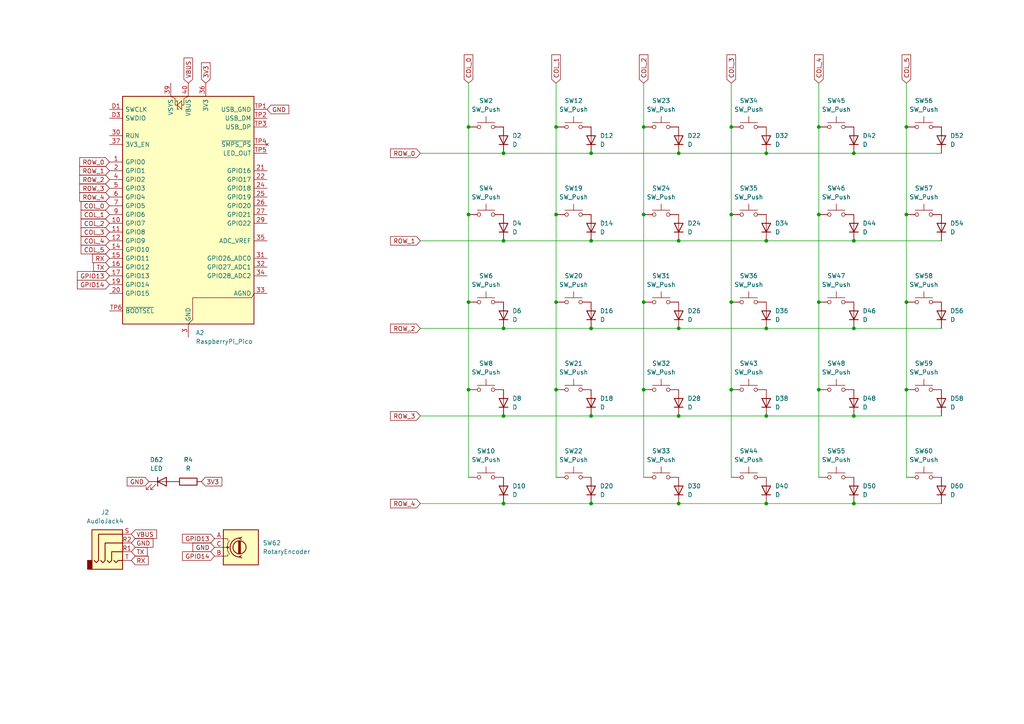
<source format=kicad_sch>
(kicad_sch (version 20250114) (generator "eeschema") (generator_version "9.0")
  (paper "A4")
  (lib_symbols
    (symbol "Connector_Audio:AudioJack4"
      (property "Reference" "J" (at 0 8.89 0))
      (property "Value" "AudioJack4" (at 0 6.35 0))
      (symbol "AudioJack4_0_1"
        (rectangle (start -6.35 -5.08) (end -7.62 -7.62) (stroke (width 0.254)) (fill (type outline)))
        (polyline (pts (xy -5.715 -5.08) (xy -5.08 -5.715) (xy -4.445 -5.08) (xy -4.445 2.54) (xy 2.54 2.54)) (stroke (width 0.254)))
        (polyline (pts (xy -1.905 -5.08) (xy -1.27 -5.715) (xy -0.635 -5.08) (xy -0.635 -2.54) (xy 2.54 -2.54)) (stroke (width 0.254)))
        (polyline (pts (xy 0 -5.08) (xy 0.635 -5.715) (xy 1.27 -5.08) (xy 2.54 -5.08)) (stroke (width 0.254)))
        (rectangle (start 2.54 3.81) (end -6.35 -7.62) (stroke (width 0.254)) (fill (type background)))
        (polyline (pts (xy 2.54 0) (xy -2.54 0) (xy -2.54 -5.08) (xy -3.175 -5.715) (xy -3.81 -5.08)) (stroke (width 0.254)))
      )
      (symbol "AudioJack4_1_1"
        (pin passive line (at 5.08 2.54 180) (length 2.54) (name "~") (number "S"))
        (pin passive line (at 5.08 0 180) (length 2.54) (name "~") (number "R2"))
        (pin passive line (at 5.08 -2.54 180) (length 2.54) (name "~") (number "R1"))
        (pin passive line (at 5.08 -5.08 180) (length 2.54) (name "~") (number "T"))
      )
    )
    (symbol "Device:D" (pin_numbers (hide yes)) (pin_names (offset 1.016) (hide yes))
      (property "Reference" "D" (at 0 2.54 0))
      (property "Value" "D" (at 0 -2.54 0))
      (symbol "D_0_1"
        (polyline (pts (xy -1.27 1.27) (xy -1.27 -1.27)) (stroke (width 0.254)))
        (polyline (pts (xy 1.27 1.27) (xy 1.27 -1.27) (xy -1.27 0) (xy 1.27 1.27)) (stroke (width 0.254)))
        (polyline (pts (xy 1.27 0) (xy -1.27 0)))
      )
      (symbol "D_1_1"
        (pin passive line (at -3.81 0 0) (length 2.54) (name "K") (number "1"))
        (pin passive line (at 3.81 0 180) (length 2.54) (name "A") (number "2"))
      )
    )
    (symbol "Device:LED" (pin_numbers (hide yes)) (pin_names (offset 1.016) (hide yes))
      (property "Reference" "D" (at 0 2.54 0))
      (property "Value" "LED" (at 0 -2.54 0))
      (symbol "LED_0_1"
        (polyline (pts (xy -3.048 -0.762) (xy -4.572 -2.286) (xy -3.81 -2.286) (xy -4.572 -2.286) (xy -4.572 -1.524)))
        (polyline (pts (xy -1.778 -0.762) (xy -3.302 -2.286) (xy -2.54 -2.286) (xy -3.302 -2.286) (xy -3.302 -1.524)))
        (polyline (pts (xy -1.27 0) (xy 1.27 0)))
        (polyline (pts (xy -1.27 -1.27) (xy -1.27 1.27)) (stroke (width 0.254)))
        (polyline (pts (xy 1.27 -1.27) (xy 1.27 1.27) (xy -1.27 0) (xy 1.27 -1.27)) (stroke (width 0.254)))
      )
      (symbol "LED_1_1"
        (pin passive line (at -3.81 0 0) (length 2.54) (name "K") (number "1"))
        (pin passive line (at 3.81 0 180) (length 2.54) (name "A") (number "2"))
      )
    )
    (symbol "Device:R" (pin_numbers (hide yes)) (pin_names (offset 0))
      (property "Reference" "R" (at 2.032 0 90))
      (property "Value" "R" (at 0 0 90))
      (symbol "R_0_1"
        (rectangle (start -1.016 -2.54) (end 1.016 2.54) (stroke (width 0.254)))
      )
      (symbol "R_1_1"
        (pin passive line (at 0 3.81 270) (length 1.27) (name "~") (number "1"))
        (pin passive line (at 0 -3.81 90) (length 1.27) (name "~") (number "2"))
      )
    )
    (symbol "Device:RotaryEncoder" (pin_names (offset 0.254) (hide yes))
      (property "Reference" "SW" (at 0 6.604 0))
      (property "Value" "RotaryEncoder" (at 0 -6.604 0))
      (symbol "RotaryEncoder_0_1"
        (rectangle (start -5.08 5.08) (end 5.08 -5.08) (stroke (width 0.254)) (fill (type background)))
        (polyline (pts (xy -5.08 2.54) (xy -3.81 2.54) (xy -3.81 2.032)))
        (polyline (pts (xy -5.08 0) (xy -3.81 0) (xy -3.81 -1.016) (xy -3.302 -2.032)))
        (polyline (pts (xy -5.08 -2.54) (xy -3.81 -2.54) (xy -3.81 -2.032)))
        (polyline (pts (xy -4.318 0) (xy -3.81 0) (xy -3.81 1.016) (xy -3.302 2.032)))
        (circle (center -3.81 0) (radius 0.254) (fill (type outline)))
        (polyline (pts (xy -0.635 -1.778) (xy -0.635 1.778)) (stroke (width 0.254)))
        (circle (center -0.381 0) (radius 1.905) (stroke (width 0.254)))
        (polyline (pts (xy -0.381 -1.778) (xy -0.381 1.778)) (stroke (width 0.254)))
        (arc (start -0.381 -2.794) (mid -3.0988 -0.0635) (end -0.381 2.667) (stroke (width 0.254)))
        (polyline (pts (xy -0.127 1.778) (xy -0.127 -1.778)) (stroke (width 0.254)))
        (polyline (pts (xy 0.254 2.921) (xy -0.508 2.667) (xy 0.127 2.286)) (stroke (width 0.254)))
        (polyline (pts (xy 0.254 -3.048) (xy -0.508 -2.794) (xy 0.127 -2.413)) (stroke (width 0.254)))
      )
      (symbol "RotaryEncoder_1_1"
        (pin passive line (at -7.62 2.54 0) (length 2.54) (name "A") (number "A"))
        (pin passive line (at -7.62 0 0) (length 2.54) (name "C") (number "C"))
        (pin passive line (at -7.62 -2.54 0) (length 2.54) (name "B") (number "B"))
      )
    )
    (symbol "MCU_Module:RaspberryPi_Pico_Extensive" (pin_names (offset 0.762))
      (property "Reference" "A" (at -19.05 35.56 0))
      (property "Value" "RaspberryPi_Pico" (at 7.62 35.56 0))
      (symbol "RaspberryPi_Pico_Extensive_0_1"
        (rectangle (start -19.05 34.29) (end 19.05 -31.75) (stroke (width 0.254)) (fill (type background)))
        (polyline (pts (xy -5.08 34.29) (xy -3.81 33.655) (xy -3.81 31.75) (xy -3.175 31.75)))
        (polyline (pts (xy -3.429 32.766) (xy -3.429 33.02) (xy -3.175 33.02) (xy -3.175 30.48) (xy -2.921 30.48) (xy -2.921 30.734)))
        (polyline (pts (xy -3.175 31.75) (xy -1.905 33.02) (xy -1.905 30.48) (xy -3.175 31.75)))
        (polyline (pts (xy 0 34.29) (xy -1.27 33.655) (xy -1.27 31.75) (xy -1.905 31.75)))
        (polyline (pts (xy 0 -31.75) (xy 1.27 -30.48) (xy 1.27 -24.13) (xy 18.415 -24.13) (xy 19.05 -22.86)))
      )
      (symbol "RaspberryPi_Pico_Extensive_1_1"
        (pin input line (at -22.86 30.48 0) (length 3.81) (name "SWCLK") (number "D1"))
        (pin bidirectional line (at -22.86 27.94 0) (length 3.81) (name "SWDIO") (number "D3"))
        (pin passive line (at -22.86 22.86 0) (length 3.81) (name "RUN") (number "30"))
        (pin passive line (at -22.86 20.32 0) (length 3.81) (name "3V3_EN") (number "37"))
        (pin bidirectional line (at -22.86 15.24 0) (length 3.81) (name "GPIO0") (number "1"))
        (pin bidirectional line (at -22.86 12.7 0) (length 3.81) (name "GPIO1") (number "2"))
        (pin bidirectional line (at -22.86 10.16 0) (length 3.81) (name "GPIO2") (number "4"))
        (pin bidirectional line (at -22.86 7.62 0) (length 3.81) (name "GPIO3") (number "5"))
        (pin bidirectional line (at -22.86 5.08 0) (length 3.81) (name "GPIO4") (number "6"))
        (pin bidirectional line (at -22.86 2.54 0) (length 3.81) (name "GPIO5") (number "7"))
        (pin bidirectional line (at -22.86 0 0) (length 3.81) (name "GPIO6") (number "9"))
        (pin bidirectional line (at -22.86 -2.54 0) (length 3.81) (name "GPIO7") (number "10"))
        (pin bidirectional line (at -22.86 -5.08 0) (length 3.81) (name "GPIO8") (number "11"))
        (pin bidirectional line (at -22.86 -7.62 0) (length 3.81) (name "GPIO9") (number "12"))
        (pin bidirectional line (at -22.86 -10.16 0) (length 3.81) (name "GPIO10") (number "14"))
        (pin bidirectional line (at -22.86 -12.7 0) (length 3.81) (name "GPIO11") (number "15"))
        (pin bidirectional line (at -22.86 -15.24 0) (length 3.81) (name "GPIO12") (number "16"))
        (pin bidirectional line (at -22.86 -17.78 0) (length 3.81) (name "GPIO13") (number "17"))
        (pin bidirectional line (at -22.86 -20.32 0) (length 3.81) (name "GPIO14") (number "19"))
        (pin bidirectional line (at -22.86 -22.86 0) (length 3.81) (name "GPIO15") (number "20"))
        (pin input line (at -22.86 -27.94 0) (length 3.81) (name "~{BOOTSEL}") (number "TP6"))
        (pin power_in line (at -5.08 38.1 270) (length 3.81) (name "VSYS") (number "39"))
        (pin power_out line (at 0 38.1 270) (length 3.81) (name "VBUS") (number "40"))
        (pin passive line (at 0 -35.56 90) (length 3.81) (hide yes) (name "GND") (number "13"))
        (pin passive line (at 0 -35.56 90) (length 3.81) (hide yes) (name "GND") (number "18"))
        (pin passive line (at 0 -35.56 90) (length 3.81) (hide yes) (name "GND") (number "23"))
        (pin passive line (at 0 -35.56 90) (length 3.81) (hide yes) (name "GND") (number "28"))
        (pin power_out line (at 0 -35.56 90) (length 3.81) (name "GND") (number "3"))
        (pin passive line (at 0 -35.56 90) (length 3.81) (hide yes) (name "GND") (number "38"))
        (pin passive line (at 0 -35.56 90) (length 3.81) (hide yes) (name "GND") (number "8"))
        (pin passive line (at 0 -35.56 90) (length 3.81) (hide yes) (name "GND") (number "D2"))
        (pin power_out line (at 5.08 38.1 270) (length 3.81) (name "3V3") (number "36"))
        (pin power_out line (at 22.86 30.48 180) (length 3.81) (name "USB_GND") (number "TP1"))
        (pin bidirectional line (at 22.86 27.94 180) (length 3.81) (name "USB_DM") (number "TP2"))
        (pin bidirectional line (at 22.86 25.4 180) (length 3.81) (name "USB_DP") (number "TP3"))
        (pin no_connect line (at 22.86 20.32 180) (length 3.81) (name "~{SMPS_PS}") (number "TP4"))
        (pin output line (at 22.86 17.78 180) (length 3.81) (name "LED_OUT") (number "TP5"))
        (pin bidirectional line (at 22.86 12.7 180) (length 3.81) (name "GPIO16") (number "21"))
        (pin bidirectional line (at 22.86 10.16 180) (length 3.81) (name "GPIO17") (number "22"))
        (pin bidirectional line (at 22.86 7.62 180) (length 3.81) (name "GPIO18") (number "24"))
        (pin bidirectional line (at 22.86 5.08 180) (length 3.81) (name "GPIO19") (number "25"))
        (pin bidirectional line (at 22.86 2.54 180) (length 3.81) (name "GPIO20") (number "26"))
        (pin bidirectional line (at 22.86 0 180) (length 3.81) (name "GPIO21") (number "27"))
        (pin bidirectional line (at 22.86 -2.54 180) (length 3.81) (name "GPIO22") (number "29"))
        (pin power_in line (at 22.86 -7.62 180) (length 3.81) (name "ADC_VREF") (number "35"))
        (pin bidirectional line (at 22.86 -12.7 180) (length 3.81) (name "GPIO26_ADC0") (number "31"))
        (pin bidirectional line (at 22.86 -15.24 180) (length 3.81) (name "GPIO27_ADC1") (number "32"))
        (pin bidirectional line (at 22.86 -17.78 180) (length 3.81) (name "GPIO28_ADC2") (number "34"))
        (pin power_out line (at 22.86 -22.86 180) (length 3.81) (name "AGND") (number "33"))
      )
    )
    (symbol "Switch:SW_Push" (pin_numbers (hide yes)) (pin_names (offset 1.016) (hide yes))
      (property "Reference" "SW" (at 1.27 2.54 0))
      (property "Value" "SW_Push" (at 0 -1.524 0))
      (symbol "SW_Push_0_1"
        (circle (center -2.032 0) (radius 0.508))
        (polyline (pts (xy 0 1.27) (xy 0 3.048)))
        (circle (center 2.032 0) (radius 0.508))
        (polyline (pts (xy 2.54 1.27) (xy -2.54 1.27)))
        (pin passive line (at -5.08 0 0) (length 2.54) (name "1") (number "1"))
        (pin passive line (at 5.08 0 180) (length 2.54) (name "2") (number "2"))
      )
    )
  )
  (junction (at 146.05 69.85))
  (junction (at 247.65 120.65))
  (junction (at 237.49 62.23))
  (junction (at 196.85 69.85))
  (junction (at 186.69 113.03))
  (junction (at 222.25 44.45))
  (junction (at 196.85 120.65))
  (junction (at 247.65 95.25))
  (junction (at 146.05 120.65))
  (junction (at 161.29 113.03))
  (junction (at 146.05 44.45))
  (junction (at 196.85 95.25))
  (junction (at 222.25 95.25))
  (junction (at 135.89 87.63))
  (junction (at 171.45 95.25))
  (junction (at 135.89 113.03))
  (junction (at 171.45 44.45))
  (junction (at 186.69 62.23))
  (junction (at 237.49 36.83))
  (junction (at 186.69 87.63))
  (junction (at 237.49 87.63))
  (junction (at 171.45 146.05))
  (junction (at 247.65 146.05))
  (junction (at 171.45 69.85))
  (junction (at 222.25 120.65))
  (junction (at 222.25 69.85))
  (junction (at 146.05 146.05))
  (junction (at 161.29 62.23))
  (junction (at 161.29 36.83))
  (junction (at 247.65 44.45))
  (junction (at 135.89 36.83))
  (junction (at 222.25 146.05))
  (junction (at 247.65 69.85))
  (junction (at 196.85 146.05))
  (junction (at 186.69 36.83))
  (junction (at 212.09 87.63))
  (junction (at 262.89 87.63))
  (junction (at 262.89 62.23))
  (junction (at 135.89 62.23))
  (junction (at 262.89 36.83))
  (junction (at 196.85 44.45))
  (junction (at 212.09 113.03))
  (junction (at 146.05 95.25))
  (junction (at 161.29 87.63))
  (junction (at 237.49 113.03))
  (junction (at 171.45 120.65))
  (junction (at 212.09 36.83))
  (junction (at 262.89 113.03))
  (junction (at 212.09 62.23))
  (wire (pts (xy 262.89 113.03) (xy 262.89 138.43)))
  (wire (pts (xy 212.09 87.63) (xy 212.09 113.03)))
  (wire (pts (xy 237.49 36.83) (xy 237.49 62.23)))
  (wire (pts (xy 247.65 95.25) (xy 273.05 95.25)))
  (wire (pts (xy 212.09 36.83) (xy 212.09 62.23)))
  (wire (pts (xy 186.69 113.03) (xy 186.69 138.43)))
  (wire (pts (xy 247.65 120.65) (xy 273.05 120.65)))
  (wire (pts (xy 161.29 62.23) (xy 161.29 87.63)))
  (wire (pts (xy 186.69 36.83) (xy 186.69 62.23)))
  (wire (pts (xy 146.05 120.65) (xy 171.45 120.65)))
  (wire (pts (xy 262.89 24.13) (xy 262.89 36.83)))
  (wire (pts (xy 146.05 44.45) (xy 171.45 44.45)))
  (wire (pts (xy 262.89 62.23) (xy 262.89 87.63)))
  (wire (pts (xy 237.49 62.23) (xy 237.49 87.63)))
  (wire (pts (xy 186.69 62.23) (xy 186.69 87.63)))
  (wire (pts (xy 196.85 44.45) (xy 222.25 44.45)))
  (wire (pts (xy 121.92 44.45) (xy 146.05 44.45)))
  (wire (pts (xy 247.65 69.85) (xy 273.05 69.85)))
  (wire (pts (xy 196.85 69.85) (xy 222.25 69.85)))
  (wire (pts (xy 146.05 95.25) (xy 171.45 95.25)))
  (wire (pts (xy 146.05 69.85) (xy 171.45 69.85)))
  (wire (pts (xy 135.89 36.83) (xy 135.89 62.23)))
  (wire (pts (xy 186.69 87.63) (xy 186.69 113.03)))
  (wire (pts (xy 196.85 95.25) (xy 222.25 95.25)))
  (wire (pts (xy 121.92 120.65) (xy 146.05 120.65)))
  (wire (pts (xy 237.49 113.03) (xy 237.49 138.43)))
  (wire (pts (xy 222.25 69.85) (xy 247.65 69.85)))
  (wire (pts (xy 135.89 113.03) (xy 135.89 138.43)))
  (wire (pts (xy 222.25 95.25) (xy 247.65 95.25)))
  (wire (pts (xy 196.85 146.05) (xy 222.25 146.05)))
  (wire (pts (xy 161.29 87.63) (xy 161.29 113.03)))
  (wire (pts (xy 237.49 87.63) (xy 237.49 113.03)))
  (wire (pts (xy 262.89 36.83) (xy 262.89 62.23)))
  (wire (pts (xy 171.45 44.45) (xy 196.85 44.45)))
  (wire (pts (xy 171.45 95.25) (xy 196.85 95.25)))
  (wire (pts (xy 237.49 24.13) (xy 237.49 36.83)))
  (wire (pts (xy 171.45 69.85) (xy 196.85 69.85)))
  (wire (pts (xy 135.89 24.13) (xy 135.89 36.83)))
  (wire (pts (xy 171.45 120.65) (xy 196.85 120.65)))
  (wire (pts (xy 121.92 95.25) (xy 146.05 95.25)))
  (wire (pts (xy 222.25 44.45) (xy 247.65 44.45)))
  (wire (pts (xy 121.92 146.05) (xy 146.05 146.05)))
  (wire (pts (xy 171.45 146.05) (xy 196.85 146.05)))
  (wire (pts (xy 135.89 87.63) (xy 135.89 113.03)))
  (wire (pts (xy 262.89 87.63) (xy 262.89 113.03)))
  (wire (pts (xy 161.29 36.83) (xy 161.29 62.23)))
  (wire (pts (xy 247.65 44.45) (xy 273.05 44.45)))
  (wire (pts (xy 196.85 120.65) (xy 222.25 120.65)))
  (wire (pts (xy 222.25 146.05) (xy 247.65 146.05)))
  (wire (pts (xy 135.89 62.23) (xy 135.89 87.63)))
  (wire (pts (xy 212.09 113.03) (xy 212.09 138.43)))
  (wire (pts (xy 186.69 24.13) (xy 186.69 36.83)))
  (wire (pts (xy 212.09 62.23) (xy 212.09 87.63)))
  (wire (pts (xy 161.29 24.13) (xy 161.29 36.83)))
  (wire (pts (xy 121.92 69.85) (xy 146.05 69.85)))
  (wire (pts (xy 161.29 113.03) (xy 161.29 138.43)))
  (wire (pts (xy 212.09 24.13) (xy 212.09 36.83)))
  (wire (pts (xy 222.25 120.65) (xy 247.65 120.65)))
  (wire (pts (xy 247.65 146.05) (xy 273.05 146.05)))
  (wire (pts (xy 146.05 146.05) (xy 171.45 146.05)))
  (global_label "COL_2" (shape input) (at 31.75 64.77 180) (property "Intersheetrefs" "${INTERSHEET_REFS}" (effects (hide yes))))
  (global_label "ROW_0" (shape input) (at 121.92 44.45 180) (property "Intersheetrefs" "${INTERSHEET_REFS}" (effects (hide yes))))
  (global_label "TX" (shape input) (at 38.1 160.02 0) (property "Intersheetrefs" "${INTERSHEET_REFS}" (effects (hide yes))))
  (global_label "COL_5" (shape input) (at 31.75 72.39 180) (property "Intersheetrefs" "${INTERSHEET_REFS}" (effects (hide yes))))
  (global_label "COL_3" (shape input) (at 31.75 67.31 180) (property "Intersheetrefs" "${INTERSHEET_REFS}" (effects (hide yes))))
  (global_label "COL_4" (shape input) (at 237.49 24.13 90) (property "Intersheetrefs" "${INTERSHEET_REFS}" (effects (hide yes))))
  (global_label "VBUS" (shape input) (at 38.1 154.94 0) (property "Intersheetrefs" "${INTERSHEET_REFS}" (effects (hide yes))))
  (global_label "GND" (shape input) (at 43.18 139.7 180) (property "Intersheetrefs" "${INTERSHEET_REFS}" (effects (hide yes))))
  (global_label "COL_3" (shape input) (at 212.09 24.13 90) (property "Intersheetrefs" "${INTERSHEET_REFS}" (effects (hide yes))))
  (global_label "3V3" (shape input) (at 59.69 24.13 90) (property "Intersheetrefs" "${INTERSHEET_REFS}" (effects (hide yes))))
  (global_label "3V3" (shape input) (at 58.42 139.7 0) (property "Intersheetrefs" "${INTERSHEET_REFS}" (effects (hide yes))))
  (global_label "TX" (shape input) (at 31.75 77.47 180) (property "Intersheetrefs" "${INTERSHEET_REFS}" (effects (hide yes))))
  (global_label "COL_4" (shape input) (at 31.75 69.85 180) (property "Intersheetrefs" "${INTERSHEET_REFS}" (effects (hide yes))))
  (global_label "ROW_1" (shape input) (at 121.92 69.85 180) (property "Intersheetrefs" "${INTERSHEET_REFS}" (effects (hide yes))))
  (global_label "COL_1" (shape input) (at 161.29 24.13 90) (property "Intersheetrefs" "${INTERSHEET_REFS}" (effects (hide yes))))
  (global_label "GND" (shape input) (at 77.47 31.75 0) (property "Intersheetrefs" "${INTERSHEET_REFS}" (effects (hide yes))))
  (global_label "GND" (shape input) (at 62.23 158.75 180) (property "Intersheetrefs" "${INTERSHEET_REFS}" (effects (hide yes))))
  (global_label "GPIO14" (shape input) (at 31.75 82.55 180) (property "Intersheetrefs" "${INTERSHEET_REFS}" (effects (hide yes))))
  (global_label "ROW_4" (shape input) (at 121.92 146.05 180) (property "Intersheetrefs" "${INTERSHEET_REFS}" (effects (hide yes))))
  (global_label "RX" (shape input) (at 31.75 74.93 180) (property "Intersheetrefs" "${INTERSHEET_REFS}" (effects (hide yes))))
  (global_label "ROW_1" (shape input) (at 31.75 49.53 180) (property "Intersheetrefs" "${INTERSHEET_REFS}" (effects (hide yes))))
  (global_label "RX" (shape input) (at 38.1 162.56 0) (property "Intersheetrefs" "${INTERSHEET_REFS}" (effects (hide yes))))
  (global_label "COL_1" (shape input) (at 31.75 62.23 180) (property "Intersheetrefs" "${INTERSHEET_REFS}" (effects (hide yes))))
  (global_label "GPIO14" (shape input) (at 62.23 161.29 180) (property "Intersheetrefs" "${INTERSHEET_REFS}" (effects (hide yes))))
  (global_label "COL_5" (shape input) (at 262.89 24.13 90) (property "Intersheetrefs" "${INTERSHEET_REFS}" (effects (hide yes))))
  (global_label "ROW_3" (shape input) (at 31.75 54.61 180) (property "Intersheetrefs" "${INTERSHEET_REFS}" (effects (hide yes))))
  (global_label "VBUS" (shape input) (at 54.61 24.13 90) (property "Intersheetrefs" "${INTERSHEET_REFS}" (effects (hide yes))))
  (global_label "COL_0" (shape input) (at 31.75 59.69 180) (property "Intersheetrefs" "${INTERSHEET_REFS}" (effects (hide yes))))
  (global_label "ROW_3" (shape input) (at 121.92 120.65 180) (property "Intersheetrefs" "${INTERSHEET_REFS}" (effects (hide yes))))
  (global_label "GPIO13" (shape input) (at 62.23 156.21 180) (property "Intersheetrefs" "${INTERSHEET_REFS}" (effects (hide yes))))
  (global_label "ROW_2" (shape input) (at 31.75 52.07 180) (property "Intersheetrefs" "${INTERSHEET_REFS}" (effects (hide yes))))
  (global_label "ROW_4" (shape input) (at 31.75 57.15 180) (property "Intersheetrefs" "${INTERSHEET_REFS}" (effects (hide yes))))
  (global_label "ROW_0" (shape input) (at 31.75 46.99 180) (property "Intersheetrefs" "${INTERSHEET_REFS}" (effects (hide yes))))
  (global_label "ROW_2" (shape input) (at 121.92 95.25 180) (property "Intersheetrefs" "${INTERSHEET_REFS}" (effects (hide yes))))
  (global_label "GPIO13" (shape input) (at 31.75 80.01 180) (property "Intersheetrefs" "${INTERSHEET_REFS}" (effects (hide yes))))
  (global_label "COL_2" (shape input) (at 186.69 24.13 90) (property "Intersheetrefs" "${INTERSHEET_REFS}" (effects (hide yes))))
  (global_label "GND" (shape input) (at 38.1 157.48 0) (property "Intersheetrefs" "${INTERSHEET_REFS}" (effects (hide yes))))
  (global_label "COL_0" (shape input) (at 135.89 24.13 90) (property "Intersheetrefs" "${INTERSHEET_REFS}" (effects (hide yes))))
  (symbol (lib_id "Device:D") (at 196.85 40.64 90) (unit 1)
    (property "Reference" "D22" (at 199.39 39.3699 90) (effects (justify right)))
    (property "Value" "D" (at 199.39 41.9099 90) (effects (justify right)))
    (property "Description" "Diode" (effects (hide yes)))
    (property "Sim.Device" "D" (effects (hide yes)))
    (property "Sim.Pins" "1=K 2=A" (effects (hide yes)))
  )
  (symbol (lib_id "Switch:SW_Push") (at 242.57 62.23 0) (unit 1)
    (property "Reference" "SW46" (at 242.57 54.61 0))
    (property "Value" "SW_Push" (at 242.57 57.15 0))
    (property "Description" "Push button switch, generic, two pins" (effects (hide yes)))
  )
  (symbol (lib_id "Switch:SW_Push") (at 140.97 62.23 0) (unit 1)
    (property "Reference" "SW4" (at 140.97 54.61 0))
    (property "Value" "SW_Push" (at 140.97 57.15 0))
    (property "Description" "Push button switch, generic, two pins" (effects (hide yes)))
  )
  (symbol (lib_id "Device:D") (at 196.85 91.44 90) (unit 1)
    (property "Reference" "D26" (at 199.39 90.1699 90) (effects (justify right)))
    (property "Value" "D" (at 199.39 92.7099 90) (effects (justify right)))
    (property "Description" "Diode" (effects (hide yes)))
    (property "Sim.Device" "D" (effects (hide yes)))
    (property "Sim.Pins" "1=K 2=A" (effects (hide yes)))
  )
  (symbol (lib_id "Device:D") (at 171.45 91.44 90) (unit 1)
    (property "Reference" "D16" (at 173.99 90.1699 90) (effects (justify right)))
    (property "Value" "D" (at 173.99 92.7099 90) (effects (justify right)))
    (property "Description" "Diode" (effects (hide yes)))
    (property "Sim.Device" "D" (effects (hide yes)))
    (property "Sim.Pins" "1=K 2=A" (effects (hide yes)))
  )
  (symbol (lib_id "Device:R") (at 54.61 139.7 90) (unit 1)
    (property "Reference" "R4" (at 54.61 133.35 90))
    (property "Value" "R" (at 54.61 135.89 90))
    (property "Description" "Resistor" (effects (hide yes)))
  )
  (symbol (lib_id "Device:D") (at 222.25 40.64 90) (unit 1)
    (property "Reference" "D32" (at 224.79 39.3699 90) (effects (justify right)))
    (property "Value" "D" (at 224.79 41.9099 90) (effects (justify right)))
    (property "Description" "Diode" (effects (hide yes)))
    (property "Sim.Device" "D" (effects (hide yes)))
    (property "Sim.Pins" "1=K 2=A" (effects (hide yes)))
  )
  (symbol (lib_id "Switch:SW_Push") (at 191.77 113.03 0) (unit 1)
    (property "Reference" "SW32" (at 191.77 105.41 0))
    (property "Value" "SW_Push" (at 191.77 107.95 0))
    (property "Description" "Push button switch, generic, two pins" (effects (hide yes)))
  )
  (symbol (lib_id "Device:D") (at 247.65 66.04 90) (unit 1)
    (property "Reference" "D44" (at 250.19 64.7699 90) (effects (justify right)))
    (property "Value" "D" (at 250.19 67.3099 90) (effects (justify right)))
    (property "Description" "Diode" (effects (hide yes)))
    (property "Sim.Device" "D" (effects (hide yes)))
    (property "Sim.Pins" "1=K 2=A" (effects (hide yes)))
  )
  (symbol (lib_id "Device:D") (at 171.45 142.24 90) (unit 1)
    (property "Reference" "D20" (at 173.99 140.9699 90) (effects (justify right)))
    (property "Value" "D" (at 173.99 143.5099 90) (effects (justify right)))
    (property "Description" "Diode" (effects (hide yes)))
    (property "Sim.Device" "D" (effects (hide yes)))
    (property "Sim.Pins" "1=K 2=A" (effects (hide yes)))
  )
  (symbol (lib_id "Switch:SW_Push") (at 191.77 87.63 0) (unit 1)
    (property "Reference" "SW31" (at 191.77 80.01 0))
    (property "Value" "SW_Push" (at 191.77 82.55 0))
    (property "Description" "Push button switch, generic, two pins" (effects (hide yes)))
  )
  (symbol (lib_id "Device:D") (at 146.05 116.84 90) (unit 1)
    (property "Reference" "D8" (at 148.59 115.5699 90) (effects (justify right)))
    (property "Value" "D" (at 148.59 118.1099 90) (effects (justify right)))
    (property "Description" "Diode" (effects (hide yes)))
    (property "Sim.Device" "D" (effects (hide yes)))
    (property "Sim.Pins" "1=K 2=A" (effects (hide yes)))
  )
  (symbol (lib_id "Connector_Audio:AudioJack4") (at 33.02 157.48 0) (unit 1)
    (property "Reference" "J2" (at 30.48 148.59 0))
    (property "Value" "AudioJack4" (at 30.48 151.13 0))
    (property "Description" "Audio Jack, 4 Poles (TRRS)" (effects (hide yes)))
  )
  (symbol (lib_id "Switch:SW_Push") (at 140.97 87.63 0) (unit 1)
    (property "Reference" "SW6" (at 140.97 80.01 0))
    (property "Value" "SW_Push" (at 140.97 82.55 0))
    (property "Description" "Push button switch, generic, two pins" (effects (hide yes)))
  )
  (symbol (lib_id "Device:D") (at 171.45 40.64 90) (unit 1)
    (property "Reference" "D12" (at 173.99 39.3699 90) (effects (justify right)))
    (property "Value" "D" (at 173.99 41.9099 90) (effects (justify right)))
    (property "Description" "Diode" (effects (hide yes)))
    (property "Sim.Device" "D" (effects (hide yes)))
    (property "Sim.Pins" "1=K 2=A" (effects (hide yes)))
  )
  (symbol (lib_id "Switch:SW_Push") (at 166.37 87.63 0) (unit 1)
    (property "Reference" "SW20" (at 166.37 80.01 0))
    (property "Value" "SW_Push" (at 166.37 82.55 0))
    (property "Description" "Push button switch, generic, two pins" (effects (hide yes)))
  )
  (symbol (lib_id "Switch:SW_Push") (at 217.17 87.63 0) (unit 1)
    (property "Reference" "SW36" (at 217.17 80.01 0))
    (property "Value" "SW_Push" (at 217.17 82.55 0))
    (property "Description" "Push button switch, generic, two pins" (effects (hide yes)))
  )
  (symbol (lib_id "Device:D") (at 196.85 142.24 90) (unit 1)
    (property "Reference" "D30" (at 199.39 140.9699 90) (effects (justify right)))
    (property "Value" "D" (at 199.39 143.5099 90) (effects (justify right)))
    (property "Description" "Diode" (effects (hide yes)))
    (property "Sim.Device" "D" (effects (hide yes)))
    (property "Sim.Pins" "1=K 2=A" (effects (hide yes)))
  )
  (symbol (lib_id "Device:D") (at 273.05 66.04 90) (unit 1)
    (property "Reference" "D54" (at 275.59 64.7699 90) (effects (justify right)))
    (property "Value" "D" (at 275.59 67.3099 90) (effects (justify right)))
    (property "Description" "Diode" (effects (hide yes)))
    (property "Sim.Device" "D" (effects (hide yes)))
    (property "Sim.Pins" "1=K 2=A" (effects (hide yes)))
  )
  (symbol (lib_id "Switch:SW_Push") (at 191.77 62.23 0) (unit 1)
    (property "Reference" "SW24" (at 191.77 54.61 0))
    (property "Value" "SW_Push" (at 191.77 57.15 0))
    (property "Description" "Push button switch, generic, two pins" (effects (hide yes)))
  )
  (symbol (lib_id "Device:D") (at 273.05 142.24 90) (unit 1)
    (property "Reference" "D60" (at 275.59 140.9699 90) (effects (justify right)))
    (property "Value" "D" (at 275.59 143.5099 90) (effects (justify right)))
    (property "Description" "Diode" (effects (hide yes)))
    (property "Sim.Device" "D" (effects (hide yes)))
    (property "Sim.Pins" "1=K 2=A" (effects (hide yes)))
  )
  (symbol (lib_id "Device:D") (at 171.45 116.84 90) (unit 1)
    (property "Reference" "D18" (at 173.99 115.5699 90) (effects (justify right)))
    (property "Value" "D" (at 173.99 118.1099 90) (effects (justify right)))
    (property "Description" "Diode" (effects (hide yes)))
    (property "Sim.Device" "D" (effects (hide yes)))
    (property "Sim.Pins" "1=K 2=A" (effects (hide yes)))
  )
  (symbol (lib_id "Device:D") (at 146.05 142.24 90) (unit 1)
    (property "Reference" "D10" (at 148.59 140.9699 90) (effects (justify right)))
    (property "Value" "D" (at 148.59 143.5099 90) (effects (justify right)))
    (property "Description" "Diode" (effects (hide yes)))
    (property "Sim.Device" "D" (effects (hide yes)))
    (property "Sim.Pins" "1=K 2=A" (effects (hide yes)))
  )
  (symbol (lib_id "Switch:SW_Push") (at 242.57 138.43 0) (unit 1)
    (property "Reference" "SW55" (at 242.57 130.81 0))
    (property "Value" "SW_Push" (at 242.57 133.35 0))
    (property "Description" "Push button switch, generic, two pins" (effects (hide yes)))
  )
  (symbol (lib_id "Switch:SW_Push") (at 267.97 138.43 0) (unit 1)
    (property "Reference" "SW60" (at 267.97 130.81 0))
    (property "Value" "SW_Push" (at 267.97 133.35 0))
    (property "Description" "Push button switch, generic, two pins" (effects (hide yes)))
  )
  (symbol (lib_id "Device:D") (at 222.25 66.04 90) (unit 1)
    (property "Reference" "D34" (at 224.79 64.7699 90) (effects (justify right)))
    (property "Value" "D" (at 224.79 67.3099 90) (effects (justify right)))
    (property "Description" "Diode" (effects (hide yes)))
    (property "Sim.Device" "D" (effects (hide yes)))
    (property "Sim.Pins" "1=K 2=A" (effects (hide yes)))
  )
  (symbol (lib_id "Switch:SW_Push") (at 191.77 36.83 0) (unit 1)
    (property "Reference" "SW23" (at 191.77 29.21 0))
    (property "Value" "SW_Push" (at 191.77 31.75 0))
    (property "Description" "Push button switch, generic, two pins" (effects (hide yes)))
  )
  (symbol (lib_id "Device:D") (at 196.85 116.84 90) (unit 1)
    (property "Reference" "D28" (at 199.39 115.5699 90) (effects (justify right)))
    (property "Value" "D" (at 199.39 118.1099 90) (effects (justify right)))
    (property "Description" "Diode" (effects (hide yes)))
    (property "Sim.Device" "D" (effects (hide yes)))
    (property "Sim.Pins" "1=K 2=A" (effects (hide yes)))
  )
  (symbol (lib_id "Device:D") (at 273.05 116.84 90) (unit 1)
    (property "Reference" "D58" (at 275.59 115.5699 90) (effects (justify right)))
    (property "Value" "D" (at 275.59 118.1099 90) (effects (justify right)))
    (property "Description" "Diode" (effects (hide yes)))
    (property "Sim.Device" "D" (effects (hide yes)))
    (property "Sim.Pins" "1=K 2=A" (effects (hide yes)))
  )
  (symbol (lib_id "Device:D") (at 222.25 116.84 90) (unit 1)
    (property "Reference" "D38" (at 224.79 115.5699 90) (effects (justify right)))
    (property "Value" "D" (at 224.79 118.1099 90) (effects (justify right)))
    (property "Description" "Diode" (effects (hide yes)))
    (property "Sim.Device" "D" (effects (hide yes)))
    (property "Sim.Pins" "1=K 2=A" (effects (hide yes)))
  )
  (symbol (lib_id "Switch:SW_Push") (at 267.97 36.83 0) (unit 1)
    (property "Reference" "SW56" (at 267.97 29.21 0))
    (property "Value" "SW_Push" (at 267.97 31.75 0))
    (property "Description" "Push button switch, generic, two pins" (effects (hide yes)))
  )
  (symbol (lib_id "Switch:SW_Push") (at 242.57 36.83 0) (unit 1)
    (property "Reference" "SW45" (at 242.57 29.21 0))
    (property "Value" "SW_Push" (at 242.57 31.75 0))
    (property "Description" "Push button switch, generic, two pins" (effects (hide yes)))
  )
  (symbol (lib_id "Device:D") (at 247.65 142.24 90) (unit 1)
    (property "Reference" "D50" (at 250.19 140.9699 90) (effects (justify right)))
    (property "Value" "D" (at 250.19 143.5099 90) (effects (justify right)))
    (property "Description" "Diode" (effects (hide yes)))
    (property "Sim.Device" "D" (effects (hide yes)))
    (property "Sim.Pins" "1=K 2=A" (effects (hide yes)))
  )
  (symbol (lib_id "Switch:SW_Push") (at 191.77 138.43 0) (unit 1)
    (property "Reference" "SW33" (at 191.77 130.81 0))
    (property "Value" "SW_Push" (at 191.77 133.35 0))
    (property "Description" "Push button switch, generic, two pins" (effects (hide yes)))
  )
  (symbol (lib_id "Device:D") (at 247.65 91.44 90) (unit 1)
    (property "Reference" "D46" (at 250.19 90.1699 90) (effects (justify right)))
    (property "Value" "D" (at 250.19 92.7099 90) (effects (justify right)))
    (property "Description" "Diode" (effects (hide yes)))
    (property "Sim.Device" "D" (effects (hide yes)))
    (property "Sim.Pins" "1=K 2=A" (effects (hide yes)))
  )
  (symbol (lib_id "Switch:SW_Push") (at 166.37 62.23 0) (unit 1)
    (property "Reference" "SW19" (at 166.37 54.61 0))
    (property "Value" "SW_Push" (at 166.37 57.15 0))
    (property "Description" "Push button switch, generic, two pins" (effects (hide yes)))
  )
  (symbol (lib_id "Switch:SW_Push") (at 242.57 113.03 0) (unit 1)
    (property "Reference" "SW48" (at 242.57 105.41 0))
    (property "Value" "SW_Push" (at 242.57 107.95 0))
    (property "Description" "Push button switch, generic, two pins" (effects (hide yes)))
  )
  (symbol (lib_id "Device:D") (at 273.05 91.44 90) (unit 1)
    (property "Reference" "D56" (at 275.59 90.1699 90) (effects (justify right)))
    (property "Value" "D" (at 275.59 92.7099 90) (effects (justify right)))
    (property "Description" "Diode" (effects (hide yes)))
    (property "Sim.Device" "D" (effects (hide yes)))
    (property "Sim.Pins" "1=K 2=A" (effects (hide yes)))
  )
  (symbol (lib_id "Switch:SW_Push") (at 140.97 113.03 0) (unit 1)
    (property "Reference" "SW8" (at 140.97 105.41 0))
    (property "Value" "SW_Push" (at 140.97 107.95 0))
    (property "Description" "Push button switch, generic, two pins" (effects (hide yes)))
  )
  (symbol (lib_id "Device:D") (at 146.05 40.64 90) (unit 1)
    (property "Reference" "D2" (at 148.59 39.3699 90) (effects (justify right)))
    (property "Value" "D" (at 148.59 41.9099 90) (effects (justify right)))
    (property "Description" "Diode" (effects (hide yes)))
    (property "Sim.Device" "D" (effects (hide yes)))
    (property "Sim.Pins" "1=K 2=A" (effects (hide yes)))
  )
  (symbol (lib_id "Switch:SW_Push") (at 217.17 36.83 0) (unit 1)
    (property "Reference" "SW34" (at 217.17 29.21 0))
    (property "Value" "SW_Push" (at 217.17 31.75 0))
    (property "Description" "Push button switch, generic, two pins" (effects (hide yes)))
  )
  (symbol (lib_id "Switch:SW_Push") (at 267.97 87.63 0) (unit 1)
    (property "Reference" "SW58" (at 267.97 80.01 0))
    (property "Value" "SW_Push" (at 267.97 82.55 0))
    (property "Description" "Push button switch, generic, two pins" (effects (hide yes)))
  )
  (symbol (lib_id "Device:D") (at 222.25 91.44 90) (unit 1)
    (property "Reference" "D36" (at 224.79 90.1699 90) (effects (justify right)))
    (property "Value" "D" (at 224.79 92.7099 90) (effects (justify right)))
    (property "Description" "Diode" (effects (hide yes)))
    (property "Sim.Device" "D" (effects (hide yes)))
    (property "Sim.Pins" "1=K 2=A" (effects (hide yes)))
  )
  (symbol (lib_id "Device:D") (at 146.05 91.44 90) (unit 1)
    (property "Reference" "D6" (at 148.59 90.1699 90) (effects (justify right)))
    (property "Value" "D" (at 148.59 92.7099 90) (effects (justify right)))
    (property "Description" "Diode" (effects (hide yes)))
    (property "Sim.Device" "D" (effects (hide yes)))
    (property "Sim.Pins" "1=K 2=A" (effects (hide yes)))
  )
  (symbol (lib_id "Device:LED") (at 46.99 139.7 0) (unit 1)
    (property "Reference" "D62" (at 45.4025 133.35 0))
    (property "Value" "LED" (at 45.4025 135.89 0))
    (property "Description" "Light emitting diode" (effects (hide yes)))
    (property "Sim.Pins" "1=K 2=A" (effects (hide yes)))
  )
  (symbol (lib_id "Device:D") (at 222.25 142.24 90) (unit 1)
    (property "Reference" "D40" (at 224.79 140.9699 90) (effects (justify right)))
    (property "Value" "D" (at 224.79 143.5099 90) (effects (justify right)))
    (property "Description" "Diode" (effects (hide yes)))
    (property "Sim.Device" "D" (effects (hide yes)))
    (property "Sim.Pins" "1=K 2=A" (effects (hide yes)))
  )
  (symbol (lib_id "MCU_Module:RaspberryPi_Pico_Extensive") (at 54.61 62.23 0) (unit 1)
    (property "Reference" "A2" (at 56.7533 96.52 0) (effects (justify left)))
    (property "Value" "RaspberryPi_Pico" (at 56.7533 99.06 0) (effects (justify left)))
    (property "Footprint" "Module:RaspberryPi_Pico_SMD" (effects (hide yes)))
    (property "Datasheet" "https://datasheets.raspberrypi.com/pico/pico-datasheet.pdf" (effects (hide yes)))
    (property "Description" "Versatile and inexpensive microcontroller module (with full pinout for test point and debug connections) powered by RP2040 dual-core Arm Cortex-M0+ processor up to 133 MHz, 264kB SRAM, 2MB QSPI flash; also supports Raspberry Pi Pico 2" (effects (hide yes)))
  )
  (symbol (lib_id "Switch:SW_Push") (at 166.37 138.43 0) (unit 1)
    (property "Reference" "SW22" (at 166.37 130.81 0))
    (property "Value" "SW_Push" (at 166.37 133.35 0))
    (property "Description" "Push button switch, generic, two pins" (effects (hide yes)))
  )
  (symbol (lib_id "Switch:SW_Push") (at 267.97 113.03 0) (unit 1)
    (property "Reference" "SW59" (at 267.97 105.41 0))
    (property "Value" "SW_Push" (at 267.97 107.95 0))
    (property "Description" "Push button switch, generic, two pins" (effects (hide yes)))
  )
  (symbol (lib_id "Device:D") (at 247.65 40.64 90) (unit 1)
    (property "Reference" "D42" (at 250.19 39.3699 90) (effects (justify right)))
    (property "Value" "D" (at 250.19 41.9099 90) (effects (justify right)))
    (property "Description" "Diode" (effects (hide yes)))
    (property "Sim.Device" "D" (effects (hide yes)))
    (property "Sim.Pins" "1=K 2=A" (effects (hide yes)))
  )
  (symbol (lib_id "Device:D") (at 196.85 66.04 90) (unit 1)
    (property "Reference" "D24" (at 199.39 64.7699 90) (effects (justify right)))
    (property "Value" "D" (at 199.39 67.3099 90) (effects (justify right)))
    (property "Description" "Diode" (effects (hide yes)))
    (property "Sim.Device" "D" (effects (hide yes)))
    (property "Sim.Pins" "1=K 2=A" (effects (hide yes)))
  )
  (symbol (lib_id "Switch:SW_Push") (at 166.37 113.03 0) (unit 1)
    (property "Reference" "SW21" (at 166.37 105.41 0))
    (property "Value" "SW_Push" (at 166.37 107.95 0))
    (property "Description" "Push button switch, generic, two pins" (effects (hide yes)))
  )
  (symbol (lib_id "Device:RotaryEncoder") (at 69.85 158.75 0) (unit 1)
    (property "Reference" "SW62" (at 76.2 157.4799 0) (effects (justify left)))
    (property "Value" "RotaryEncoder" (at 76.2 160.0199 0) (effects (justify left)))
    (property "Description" "Rotary encoder, dual channel, incremental quadrate outputs" (effects (hide yes)))
  )
  (symbol (lib_id "Switch:SW_Push") (at 217.17 138.43 0) (unit 1)
    (property "Reference" "SW44" (at 217.17 130.81 0))
    (property "Value" "SW_Push" (at 217.17 133.35 0))
    (property "Description" "Push button switch, generic, two pins" (effects (hide yes)))
  )
  (symbol (lib_id "Switch:SW_Push") (at 140.97 138.43 0) (unit 1)
    (property "Reference" "SW10" (at 140.97 130.81 0))
    (property "Value" "SW_Push" (at 140.97 133.35 0))
    (property "Description" "Push button switch, generic, two pins" (effects (hide yes)))
  )
  (symbol (lib_id "Switch:SW_Push") (at 242.57 87.63 0) (unit 1)
    (property "Reference" "SW47" (at 242.57 80.01 0))
    (property "Value" "SW_Push" (at 242.57 82.55 0))
    (property "Description" "Push button switch, generic, two pins" (effects (hide yes)))
  )
  (symbol (lib_id "Device:D") (at 273.05 40.64 90) (unit 1)
    (property "Reference" "D52" (at 275.59 39.3699 90) (effects (justify right)))
    (property "Value" "D" (at 275.59 41.9099 90) (effects (justify right)))
    (property "Description" "Diode" (effects (hide yes)))
    (property "Sim.Device" "D" (effects (hide yes)))
    (property "Sim.Pins" "1=K 2=A" (effects (hide yes)))
  )
  (symbol (lib_id "Device:D") (at 146.05 66.04 90) (unit 1)
    (property "Reference" "D4" (at 148.59 64.7699 90) (effects (justify right)))
    (property "Value" "D" (at 148.59 67.3099 90) (effects (justify right)))
    (property "Description" "Diode" (effects (hide yes)))
    (property "Sim.Device" "D" (effects (hide yes)))
    (property "Sim.Pins" "1=K 2=A" (effects (hide yes)))
  )
  (symbol (lib_id "Device:D") (at 171.45 66.04 90) (unit 1)
    (property "Reference" "D14" (at 173.99 64.7699 90) (effects (justify right)))
    (property "Value" "D" (at 173.99 67.3099 90) (effects (justify right)))
    (property "Description" "Diode" (effects (hide yes)))
    (property "Sim.Device" "D" (effects (hide yes)))
    (property "Sim.Pins" "1=K 2=A" (effects (hide yes)))
  )
  (symbol (lib_id "Switch:SW_Push") (at 140.97 36.83 0) (unit 1)
    (property "Reference" "SW2" (at 140.97 29.21 0))
    (property "Value" "SW_Push" (at 140.97 31.75 0))
    (property "Description" "Push button switch, generic, two pins" (effects (hide yes)))
  )
  (symbol (lib_id "Device:D") (at 247.65 116.84 90) (unit 1)
    (property "Reference" "D48" (at 250.19 115.5699 90) (effects (justify right)))
    (property "Value" "D" (at 250.19 118.1099 90) (effects (justify right)))
    (property "Description" "Diode" (effects (hide yes)))
    (property "Sim.Device" "D" (effects (hide yes)))
    (property "Sim.Pins" "1=K 2=A" (effects (hide yes)))
  )
  (symbol (lib_id "Switch:SW_Push") (at 267.97 62.23 0) (unit 1)
    (property "Reference" "SW57" (at 267.97 54.61 0))
    (property "Value" "SW_Push" (at 267.97 57.15 0))
    (property "Description" "Push button switch, generic, two pins" (effects (hide yes)))
  )
  (symbol (lib_id "Switch:SW_Push") (at 217.17 113.03 0) (unit 1)
    (property "Reference" "SW43" (at 217.17 105.41 0))
    (property "Value" "SW_Push" (at 217.17 107.95 0))
    (property "Description" "Push button switch, generic, two pins" (effects (hide yes)))
  )
  (symbol (lib_id "Switch:SW_Push") (at 166.37 36.83 0) (unit 1)
    (property "Reference" "SW12" (at 166.37 29.21 0))
    (property "Value" "SW_Push" (at 166.37 31.75 0))
    (property "Description" "Push button switch, generic, two pins" (effects (hide yes)))
  )
  (symbol (lib_id "Switch:SW_Push") (at 217.17 62.23 0) (unit 1)
    (property "Reference" "SW35" (at 217.17 54.61 0))
    (property "Value" "SW_Push" (at 217.17 57.15 0))
    (property "Description" "Push button switch, generic, two pins" (effects (hide yes)))
  )
)
</source>
